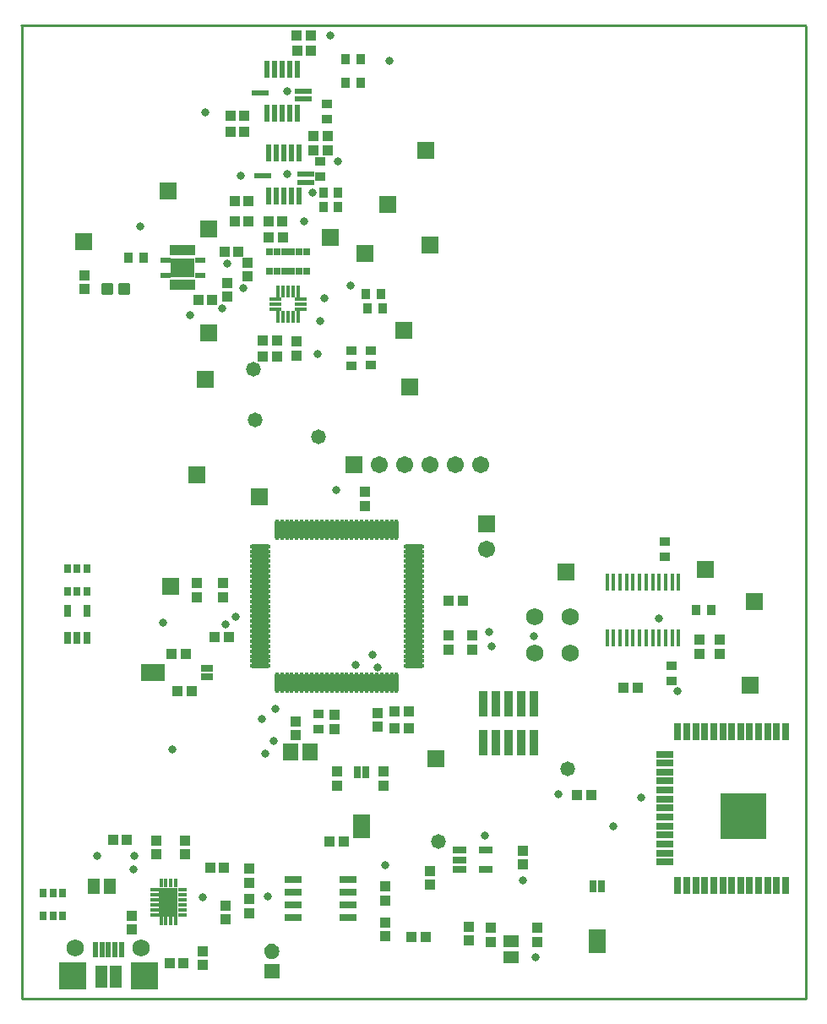
<source format=gts>
G04 Layer_Color=8388736*
%FSLAX25Y25*%
%MOIN*%
G70*
G01*
G75*
%ADD48C,0.01000*%
%ADD66R,0.01968X0.05709*%
%ADD67R,0.07119X0.02375*%
%ADD68R,0.02178X0.07119*%
%ADD69R,0.02800X0.03552*%
%ADD70R,0.04343X0.03556*%
%ADD71R,0.03556X0.04343*%
%ADD72R,0.18123X0.18123*%
%ADD73R,0.06706X0.02768*%
%ADD74R,0.02768X0.06706*%
%ADD75R,0.04343X0.03950*%
%ADD76R,0.03950X0.04343*%
%ADD77R,0.06800X0.09800*%
%ADD78R,0.02800X0.04800*%
%ADD79R,0.09800X0.06800*%
%ADD80R,0.04800X0.02800*%
%ADD81R,0.01784X0.04934*%
%ADD82R,0.04934X0.01784*%
%ADD83R,0.02965X0.03162*%
%ADD84R,0.09776X0.07808*%
%ADD85R,0.01902X0.04147*%
%ADD86R,0.04147X0.01902*%
%ADD87R,0.03162X0.04737*%
%ADD88R,0.05524X0.02965*%
%ADD89R,0.06509X0.03162*%
%ADD90R,0.03556X0.01784*%
%ADD91R,0.01784X0.03556*%
%ADD92R,0.07296X0.11233*%
%ADD93R,0.01784X0.06902*%
%ADD94O,0.08083X0.01981*%
%ADD95O,0.01981X0.08083*%
%ADD96R,0.06312X0.06706*%
%ADD97R,0.04737X0.08674*%
%ADD98R,0.02375X0.06115*%
%ADD99R,0.03713X0.10249*%
G04:AMPARAMS|DCode=100|XSize=47.37mil|YSize=47.37mil|CornerRadius=9.9mil|HoleSize=0mil|Usage=FLASHONLY|Rotation=90.000|XOffset=0mil|YOffset=0mil|HoleType=Round|Shape=RoundedRectangle|*
%AMROUNDEDRECTD100*
21,1,0.04737,0.02756,0,0,90.0*
21,1,0.02756,0.04737,0,0,90.0*
1,1,0.01981,0.01378,0.01378*
1,1,0.01981,0.01378,-0.01378*
1,1,0.01981,-0.01378,-0.01378*
1,1,0.01981,-0.01378,0.01378*
%
%ADD100ROUNDEDRECTD100*%
%ADD101R,0.05918X0.04737*%
%ADD102R,0.04737X0.05918*%
%ADD103C,0.06800*%
%ADD104R,0.06706X0.06706*%
%ADD105C,0.06706*%
%ADD106R,0.10643X0.10643*%
%ADD107R,0.06706X0.06706*%
%ADD108C,0.05800*%
%ADD109C,0.03200*%
%ADD110C,0.02768*%
G36*
X101568Y7732D02*
X95631D01*
Y13668D01*
X101568D01*
Y7732D01*
D02*
G37*
G36*
X99375Y21466D02*
X100097Y21167D01*
X100717Y20691D01*
X101193Y20071D01*
X101492Y19349D01*
X101594Y18574D01*
X101492Y17799D01*
X101193Y17077D01*
X100717Y16457D01*
X100097Y15981D01*
X99375Y15682D01*
X98600Y15580D01*
X97825Y15682D01*
X97103Y15981D01*
X96483Y16457D01*
X96007Y17077D01*
X95708Y17799D01*
X95606Y18574D01*
X95708Y19349D01*
X96007Y20071D01*
X96483Y20691D01*
X97103Y21167D01*
X97825Y21466D01*
X98600Y21568D01*
X99375Y21466D01*
D02*
G37*
D48*
X0Y0D02*
Y383400D01*
X-400Y383800D02*
X0Y383400D01*
X-400Y383800D02*
X309100D01*
X309300Y383600D01*
Y0D02*
Y383600D01*
X0Y0D02*
X309300D01*
D66*
X39265Y19326D02*
D03*
X36706D02*
D03*
X34147D02*
D03*
X31588D02*
D03*
X29029D02*
D03*
D67*
X94847Y324411D02*
D03*
X111953Y321950D02*
D03*
Y325100D02*
D03*
X94047Y357211D02*
D03*
X111153Y354750D02*
D03*
Y357900D02*
D03*
D68*
X97495Y316547D02*
D03*
X100447D02*
D03*
X103400D02*
D03*
X106353D02*
D03*
X109306D02*
D03*
X97495Y333653D02*
D03*
X100447D02*
D03*
X103400D02*
D03*
X106353D02*
D03*
X109306D02*
D03*
X96694Y349347D02*
D03*
X99647D02*
D03*
X102600D02*
D03*
X105553D02*
D03*
X108505D02*
D03*
X96694Y366453D02*
D03*
X99647D02*
D03*
X102600D02*
D03*
X105553D02*
D03*
X108505D02*
D03*
D69*
X15940Y41677D02*
D03*
X12200D02*
D03*
X8460D02*
D03*
X15940Y32523D02*
D03*
X12200D02*
D03*
X8460D02*
D03*
X25540Y169677D02*
D03*
X21800D02*
D03*
X18060D02*
D03*
X25540Y160523D02*
D03*
X21800D02*
D03*
X18060D02*
D03*
D70*
X130100Y255453D02*
D03*
Y249547D02*
D03*
X137800Y255653D02*
D03*
Y249747D02*
D03*
X120200Y346947D02*
D03*
Y352853D02*
D03*
X117000Y106147D02*
D03*
Y112053D02*
D03*
X117800Y330140D02*
D03*
Y324235D02*
D03*
X253800Y180053D02*
D03*
Y174147D02*
D03*
X256200Y125347D02*
D03*
Y131253D02*
D03*
D71*
X142353Y272300D02*
D03*
X136447D02*
D03*
X141553Y277900D02*
D03*
X135647D02*
D03*
X124753Y312300D02*
D03*
X118847D02*
D03*
X124753Y317900D02*
D03*
X118847D02*
D03*
X42047Y292300D02*
D03*
X47953D02*
D03*
X127647Y370700D02*
D03*
X133553D02*
D03*
X271953Y153100D02*
D03*
X266047D02*
D03*
X127647Y361100D02*
D03*
X133553D02*
D03*
D72*
X284558Y71935D02*
D03*
D73*
X253826Y53832D02*
D03*
Y57376D02*
D03*
Y60919D02*
D03*
Y64462D02*
D03*
Y68006D02*
D03*
Y71549D02*
D03*
Y75092D02*
D03*
Y78635D02*
D03*
Y82179D02*
D03*
Y85722D02*
D03*
Y89265D02*
D03*
Y92809D02*
D03*
Y96352D02*
D03*
D74*
X301330Y44600D02*
D03*
X297787D02*
D03*
X294243D02*
D03*
X290700D02*
D03*
X287157D02*
D03*
X283613D02*
D03*
X280070D02*
D03*
X276527D02*
D03*
X272984D02*
D03*
X269440D02*
D03*
X265897D02*
D03*
X262353D02*
D03*
X258810D02*
D03*
Y105100D02*
D03*
X262353D02*
D03*
X265897D02*
D03*
X269440D02*
D03*
X272984D02*
D03*
X276527D02*
D03*
X280070D02*
D03*
X283613D02*
D03*
X287157D02*
D03*
X290700D02*
D03*
X294243D02*
D03*
X297787D02*
D03*
X301330D02*
D03*
D75*
X135200Y199856D02*
D03*
Y194344D02*
D03*
X177800Y137544D02*
D03*
Y143056D02*
D03*
X69000Y158344D02*
D03*
Y163856D02*
D03*
X24500Y285356D02*
D03*
Y279844D02*
D03*
X203400Y22344D02*
D03*
Y27856D02*
D03*
X176200Y28300D02*
D03*
Y22788D02*
D03*
X89800Y45544D02*
D03*
Y51056D02*
D03*
X71400Y13188D02*
D03*
Y18700D02*
D03*
X43400Y27144D02*
D03*
Y32656D02*
D03*
X89000Y284744D02*
D03*
Y290256D02*
D03*
X143400Y29900D02*
D03*
Y24388D02*
D03*
X197800Y52744D02*
D03*
Y58256D02*
D03*
X161000Y44744D02*
D03*
Y50256D02*
D03*
X185000Y27856D02*
D03*
Y22344D02*
D03*
X89800Y33544D02*
D03*
Y39056D02*
D03*
X143400Y44212D02*
D03*
Y38700D02*
D03*
X80200Y36656D02*
D03*
Y31144D02*
D03*
X53000Y62256D02*
D03*
Y56744D02*
D03*
X64200Y56744D02*
D03*
Y62256D02*
D03*
X124200Y83944D02*
D03*
Y89456D02*
D03*
X142600Y83944D02*
D03*
Y89456D02*
D03*
X168200Y137544D02*
D03*
Y143056D02*
D03*
X123400Y106344D02*
D03*
Y111856D02*
D03*
X140200Y107144D02*
D03*
Y112656D02*
D03*
X108100Y103744D02*
D03*
Y109256D02*
D03*
X79400Y158344D02*
D03*
Y163856D02*
D03*
X81000Y282256D02*
D03*
Y276744D02*
D03*
X108200Y253544D02*
D03*
Y259056D02*
D03*
X275400Y135944D02*
D03*
Y141456D02*
D03*
X267400Y135944D02*
D03*
Y141456D02*
D03*
D76*
X153800Y24300D02*
D03*
X159312D02*
D03*
X58244Y13900D02*
D03*
X63756D02*
D03*
X126956Y61900D02*
D03*
X121444D02*
D03*
X41356Y62700D02*
D03*
X35844D02*
D03*
X242956Y122700D02*
D03*
X237444D02*
D03*
X79844Y294700D02*
D03*
X85356D02*
D03*
X74244Y51500D02*
D03*
X79756D02*
D03*
X219044Y80300D02*
D03*
X224556D02*
D03*
X59044Y136000D02*
D03*
X64556D02*
D03*
X61444Y121100D02*
D03*
X66956D02*
D03*
X173956Y157000D02*
D03*
X168444D02*
D03*
X152556Y106700D02*
D03*
X147044D02*
D03*
X152556Y113100D02*
D03*
X147044D02*
D03*
X76144Y142400D02*
D03*
X81656D02*
D03*
X75056Y275600D02*
D03*
X69544D02*
D03*
X95044Y253100D02*
D03*
X100556D02*
D03*
X95044Y259500D02*
D03*
X100556D02*
D03*
X97444Y300100D02*
D03*
X102956D02*
D03*
X97244Y306500D02*
D03*
X102756D02*
D03*
X120556Y334700D02*
D03*
X115044D02*
D03*
X120556Y340300D02*
D03*
X115044D02*
D03*
X83844Y314700D02*
D03*
X89356D02*
D03*
X83844Y306700D02*
D03*
X89356D02*
D03*
X114156Y373900D02*
D03*
X108644D02*
D03*
X113856Y380000D02*
D03*
X108344D02*
D03*
X82244Y341900D02*
D03*
X87756D02*
D03*
X82244Y348300D02*
D03*
X87756D02*
D03*
D77*
X226900Y22600D02*
D03*
X133900Y67800D02*
D03*
D78*
X225200Y44100D02*
D03*
X228600D02*
D03*
X132200Y89300D02*
D03*
X135600D02*
D03*
D79*
X51600Y128500D02*
D03*
D80*
X73100Y130200D02*
D03*
Y126800D02*
D03*
D81*
X101063Y268782D02*
D03*
X103032D02*
D03*
X105000D02*
D03*
X106968D02*
D03*
X108937D02*
D03*
Y279018D02*
D03*
X106968D02*
D03*
X105000D02*
D03*
X103032D02*
D03*
X101063D02*
D03*
D82*
X110118Y271932D02*
D03*
Y273900D02*
D03*
Y275869D02*
D03*
X99882D02*
D03*
Y273900D02*
D03*
Y271932D02*
D03*
D83*
X97618Y294637D02*
D03*
X100571D02*
D03*
X103524D02*
D03*
X106476D02*
D03*
X109429D02*
D03*
X112382D02*
D03*
Y286763D02*
D03*
X109429D02*
D03*
X106476D02*
D03*
X103524D02*
D03*
X100571D02*
D03*
X97618D02*
D03*
D84*
X63400Y288300D02*
D03*
D85*
X67337Y281509D02*
D03*
X65368D02*
D03*
X63400D02*
D03*
X61431D02*
D03*
X59463D02*
D03*
Y295091D02*
D03*
X61431D02*
D03*
X63400D02*
D03*
X65368D02*
D03*
X67337D02*
D03*
D86*
X56609Y285347D02*
D03*
Y291253D02*
D03*
X70191D02*
D03*
Y285347D02*
D03*
D87*
X18060Y152913D02*
D03*
X25540D02*
D03*
Y142087D02*
D03*
X21800D02*
D03*
X18060D02*
D03*
D88*
X182919Y58440D02*
D03*
Y50960D02*
D03*
X172681D02*
D03*
Y54700D02*
D03*
Y58440D02*
D03*
D89*
X128528Y32000D02*
D03*
Y37000D02*
D03*
Y42000D02*
D03*
Y47000D02*
D03*
X107072Y32000D02*
D03*
Y37000D02*
D03*
Y42000D02*
D03*
Y47000D02*
D03*
D90*
X52288Y42821D02*
D03*
Y40853D02*
D03*
Y38884D02*
D03*
Y36916D02*
D03*
Y34947D02*
D03*
Y32979D02*
D03*
X63312D02*
D03*
Y34947D02*
D03*
Y36916D02*
D03*
Y38884D02*
D03*
Y40853D02*
D03*
Y42821D02*
D03*
D91*
X54847Y30420D02*
D03*
X56816D02*
D03*
X58784D02*
D03*
X60753D02*
D03*
Y45380D02*
D03*
X58784D02*
D03*
X56816D02*
D03*
X54847D02*
D03*
D92*
X57800Y37900D02*
D03*
D93*
X230925Y142076D02*
D03*
X233484D02*
D03*
X236043D02*
D03*
X238602D02*
D03*
X241161D02*
D03*
X243721D02*
D03*
X246280D02*
D03*
X248839D02*
D03*
X251398D02*
D03*
X253957D02*
D03*
X256516D02*
D03*
X259075D02*
D03*
X230925Y164124D02*
D03*
X233484D02*
D03*
X236043D02*
D03*
X238602D02*
D03*
X241161D02*
D03*
X243721D02*
D03*
X246280D02*
D03*
X248839D02*
D03*
X251398D02*
D03*
X253957D02*
D03*
X256516D02*
D03*
X259075D02*
D03*
D94*
X93885Y178322D02*
D03*
Y176354D02*
D03*
Y174385D02*
D03*
Y172416D02*
D03*
Y170448D02*
D03*
Y168480D02*
D03*
Y166511D02*
D03*
Y164542D02*
D03*
Y162574D02*
D03*
Y160606D02*
D03*
Y158637D02*
D03*
Y156668D02*
D03*
Y154700D02*
D03*
Y152732D02*
D03*
Y150763D02*
D03*
Y148794D02*
D03*
Y146826D02*
D03*
Y144858D02*
D03*
Y142889D02*
D03*
Y140920D02*
D03*
Y138952D02*
D03*
Y136984D02*
D03*
Y135015D02*
D03*
Y133046D02*
D03*
Y131078D02*
D03*
X154515D02*
D03*
Y133046D02*
D03*
Y135015D02*
D03*
Y136984D02*
D03*
Y138952D02*
D03*
Y140920D02*
D03*
Y142889D02*
D03*
Y144858D02*
D03*
Y146826D02*
D03*
Y148794D02*
D03*
Y150763D02*
D03*
Y152732D02*
D03*
Y154700D02*
D03*
Y156668D02*
D03*
Y158637D02*
D03*
Y160606D02*
D03*
Y162574D02*
D03*
Y164542D02*
D03*
Y166511D02*
D03*
Y168480D02*
D03*
Y170448D02*
D03*
Y172416D02*
D03*
Y174385D02*
D03*
Y176354D02*
D03*
Y178322D02*
D03*
D95*
X100578Y124385D02*
D03*
X102547D02*
D03*
X104515D02*
D03*
X106483D02*
D03*
X108452D02*
D03*
X110421D02*
D03*
X112389D02*
D03*
X114357D02*
D03*
X116326D02*
D03*
X118295D02*
D03*
X120263D02*
D03*
X122231D02*
D03*
X124200D02*
D03*
X126169D02*
D03*
X128137D02*
D03*
X130105D02*
D03*
X132074D02*
D03*
X134043D02*
D03*
X136011D02*
D03*
X137979D02*
D03*
X139948D02*
D03*
X141917D02*
D03*
X143885D02*
D03*
X145853D02*
D03*
X147822D02*
D03*
Y185015D02*
D03*
X145853D02*
D03*
X143885D02*
D03*
X141917D02*
D03*
X139948D02*
D03*
X137979D02*
D03*
X136011D02*
D03*
X134043D02*
D03*
X132074D02*
D03*
X130105D02*
D03*
X128137D02*
D03*
X126169D02*
D03*
X124200D02*
D03*
X122231D02*
D03*
X120263D02*
D03*
X118295D02*
D03*
X116326D02*
D03*
X114357D02*
D03*
X112389D02*
D03*
X110421D02*
D03*
X108452D02*
D03*
X106483D02*
D03*
X104515D02*
D03*
X102547D02*
D03*
X100578D02*
D03*
D96*
X113737Y97100D02*
D03*
X105863D02*
D03*
D97*
X37100Y8400D02*
D03*
X31194D02*
D03*
D98*
X39265Y19325D02*
D03*
X36706D02*
D03*
X34147D02*
D03*
X31588D02*
D03*
X29029D02*
D03*
D99*
X181900Y101000D02*
D03*
X186900D02*
D03*
X191900D02*
D03*
X196900D02*
D03*
X201900D02*
D03*
X201896Y116331D02*
D03*
X196896D02*
D03*
X191896D02*
D03*
X186896D02*
D03*
X181896D02*
D03*
D100*
X40453Y279900D02*
D03*
X33547D02*
D03*
D101*
X193000Y22650D02*
D03*
Y16350D02*
D03*
D102*
X28250Y44300D02*
D03*
X34550D02*
D03*
D103*
X202420Y136130D02*
D03*
Y150700D02*
D03*
X216200Y136130D02*
D03*
Y150700D02*
D03*
X47139Y19817D02*
D03*
X21155D02*
D03*
D104*
X135400Y293900D02*
D03*
X131000Y210700D02*
D03*
X57800Y318700D02*
D03*
X73800Y262700D02*
D03*
Y303500D02*
D03*
X69000Y206700D02*
D03*
X72200Y244300D02*
D03*
X289000Y156700D02*
D03*
X153000Y241100D02*
D03*
X214600Y168300D02*
D03*
X150600Y263500D02*
D03*
X121800Y300300D02*
D03*
X161000Y297100D02*
D03*
X144200Y313100D02*
D03*
X159400Y334700D02*
D03*
X93800Y197900D02*
D03*
X58600Y162700D02*
D03*
X269800Y169100D02*
D03*
X287400Y123500D02*
D03*
X163400Y94700D02*
D03*
X24200Y298600D02*
D03*
D105*
X141000Y210700D02*
D03*
X151000D02*
D03*
X161000D02*
D03*
X171000D02*
D03*
X181000D02*
D03*
X183400Y177300D02*
D03*
D106*
X19974Y8794D02*
D03*
X48320D02*
D03*
D107*
X183400Y187300D02*
D03*
D108*
X91900Y228300D02*
D03*
X91300Y248100D02*
D03*
X117000Y221700D02*
D03*
X164200Y61900D02*
D03*
X215400Y90700D02*
D03*
D109*
X119400Y276200D02*
D03*
X138200Y135700D02*
D03*
X140300Y130500D02*
D03*
X131811Y131584D02*
D03*
X94800Y110100D02*
D03*
X99900Y114300D02*
D03*
X96000Y96600D02*
D03*
X84400Y150500D02*
D03*
X80200Y147500D02*
D03*
X184300Y144400D02*
D03*
X124800Y330300D02*
D03*
X97100Y40200D02*
D03*
X99400Y101400D02*
D03*
X202141Y142900D02*
D03*
X251400Y149800D02*
D03*
X79000Y272300D02*
D03*
X104800Y325200D02*
D03*
X182600Y64200D02*
D03*
X143400Y52500D02*
D03*
X111400Y306500D02*
D03*
X124100Y200600D02*
D03*
X185200Y138800D02*
D03*
X116700Y254300D02*
D03*
X117700Y267300D02*
D03*
X86200Y324400D02*
D03*
X72200Y349700D02*
D03*
X121600Y379900D02*
D03*
X104800Y357800D02*
D03*
X46700Y304600D02*
D03*
X211700Y80400D02*
D03*
X55700Y148300D02*
D03*
X59200Y98300D02*
D03*
X197800Y46700D02*
D03*
X202600Y16300D02*
D03*
X129800Y281100D02*
D03*
X81000Y289900D02*
D03*
X87400Y280300D02*
D03*
X29800Y56300D02*
D03*
X114600Y317900D02*
D03*
X145000Y369900D02*
D03*
X66300Y269700D02*
D03*
X71300Y39800D02*
D03*
X44000Y50800D02*
D03*
X258700Y121100D02*
D03*
X284900Y76600D02*
D03*
X233400Y67900D02*
D03*
X244400Y79100D02*
D03*
X289700Y71800D02*
D03*
X289900Y76600D02*
D03*
X279800Y76500D02*
D03*
X280000Y67100D02*
D03*
X289600Y66800D02*
D03*
X280200Y72000D02*
D03*
X284558Y71935D02*
D03*
X284700Y66800D02*
D03*
X44200Y56300D02*
D03*
D110*
X61235Y290465D02*
D03*
X65565D02*
D03*
X61235Y286135D02*
D03*
X65565D02*
D03*
M02*

</source>
